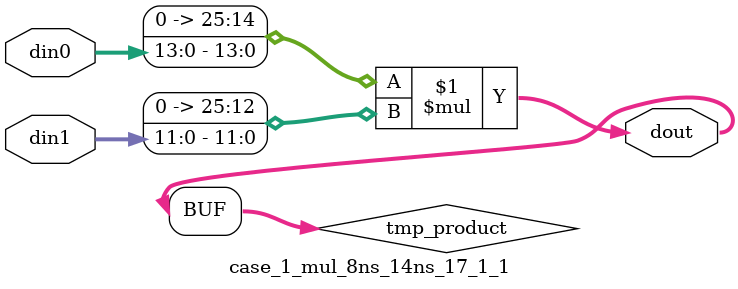
<source format=v>

`timescale 1 ns / 1 ps

 (* use_dsp = "no" *)  module case_1_mul_8ns_14ns_17_1_1(din0, din1, dout);
parameter ID = 1;
parameter NUM_STAGE = 0;
parameter din0_WIDTH = 14;
parameter din1_WIDTH = 12;
parameter dout_WIDTH = 26;

input [din0_WIDTH - 1 : 0] din0; 
input [din1_WIDTH - 1 : 0] din1; 
output [dout_WIDTH - 1 : 0] dout;

wire signed [dout_WIDTH - 1 : 0] tmp_product;
























assign tmp_product = $signed({1'b0, din0}) * $signed({1'b0, din1});











assign dout = tmp_product;





















endmodule

</source>
